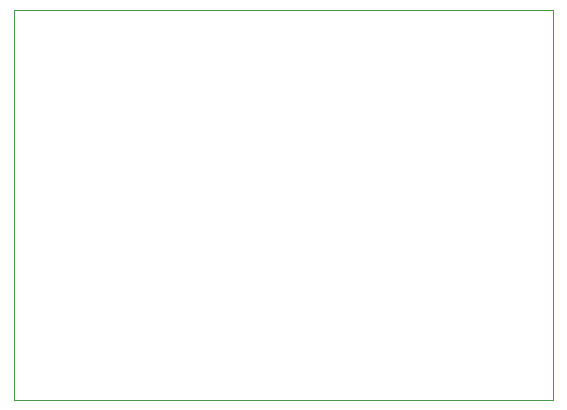
<source format=gm1>
G04 #@! TF.GenerationSoftware,KiCad,Pcbnew,9.0.6*
G04 #@! TF.CreationDate,2026-02-17T21:16:07-05:00*
G04 #@! TF.ProjectId,dvrk-ios,6476726b-2d69-46f7-932e-6b696361645f,rev?*
G04 #@! TF.SameCoordinates,Original*
G04 #@! TF.FileFunction,Profile,NP*
%FSLAX46Y46*%
G04 Gerber Fmt 4.6, Leading zero omitted, Abs format (unit mm)*
G04 Created by KiCad (PCBNEW 9.0.6) date 2026-02-17 21:16:07*
%MOMM*%
%LPD*%
G01*
G04 APERTURE LIST*
G04 #@! TA.AperFunction,Profile*
%ADD10C,0.050000*%
G04 #@! TD*
G04 APERTURE END LIST*
D10*
X78900000Y-51250000D02*
X78900000Y-50900000D01*
X33250000Y-51250000D02*
X33250000Y-18250000D01*
X33250000Y-18250000D02*
X78900000Y-18250000D01*
X78900000Y-18250000D02*
X78900000Y-50900000D01*
X33500000Y-51250000D02*
X33250000Y-51250000D01*
X78900000Y-51250000D02*
X33500000Y-51250000D01*
M02*

</source>
